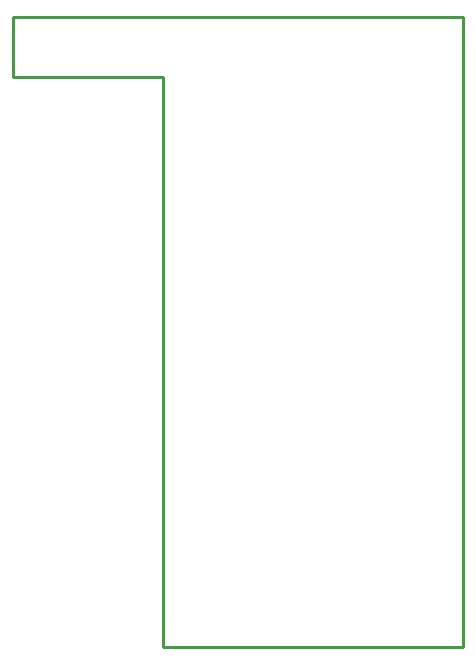
<source format=gko>
G04 Layer: BoardOutlineLayer*
G04 EasyEDA v6.5.3, 2022-05-11 10:11:48*
G04 29087cc1c3554ec2a43a3509a864e302,be635ba5e1a24524a6f9dddda72dafc0,10*
G04 Gerber Generator version 0.2*
G04 Scale: 100 percent, Rotated: No, Reflected: No *
G04 Dimensions in millimeters *
G04 leading zeros omitted , absolute positions ,4 integer and 5 decimal *
%FSLAX45Y45*%
%MOMM*%

%ADD10C,0.2540*%
D10*
X-86106000Y66040000D02*
G01*
X-86106000Y65532000D01*
X-86106000Y65532000D01*
X-84836000Y65532000D01*
X-84836000Y62306200D01*
X-84836000Y62230000D01*
X-84836000Y62128400D01*
X-84836000Y61982350D01*
X-84836000Y60706000D01*
X-82931000Y60706000D01*
X-82296000Y60706000D01*
X-82296000Y60960000D01*
X-82296000Y61468000D01*
X-82296000Y61976000D01*
X-82296000Y62738000D01*
X-82296000Y64008000D01*
X-82296000Y64770000D01*
X-82296000Y64770000D01*
X-82296000Y65024000D01*
X-82296000Y65278000D01*
X-82296000Y66040000D01*
X-83058000Y66040000D01*
X-86106000Y66040000D01*

%LPD*%
M02*

</source>
